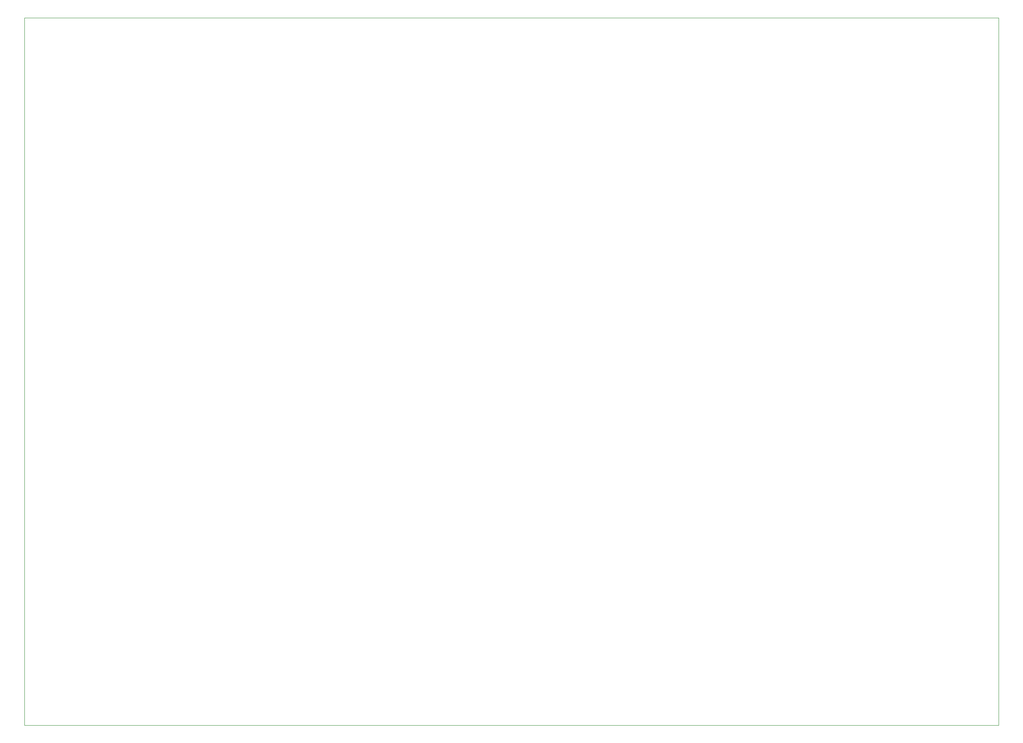
<source format=gbr>
%TF.GenerationSoftware,KiCad,Pcbnew,5.1.6-c6e7f7d~87~ubuntu16.04.1*%
%TF.CreationDate,2022-03-08T12:51:21-05:00*%
%TF.ProjectId,riscy_control,72697363-795f-4636-9f6e-74726f6c2e6b,rev?*%
%TF.SameCoordinates,Original*%
%TF.FileFunction,Profile,NP*%
%FSLAX46Y46*%
G04 Gerber Fmt 4.6, Leading zero omitted, Abs format (unit mm)*
G04 Created by KiCad (PCBNEW 5.1.6-c6e7f7d~87~ubuntu16.04.1) date 2022-03-08 12:51:21*
%MOMM*%
%LPD*%
G01*
G04 APERTURE LIST*
%TA.AperFunction,Profile*%
%ADD10C,0.050000*%
%TD*%
G04 APERTURE END LIST*
D10*
X199390000Y0D02*
X0Y0D01*
X199390000Y-144780000D02*
X199390000Y0D01*
X0Y-144780000D02*
X199390000Y-144780000D01*
X0Y0D02*
X0Y-144780000D01*
M02*

</source>
